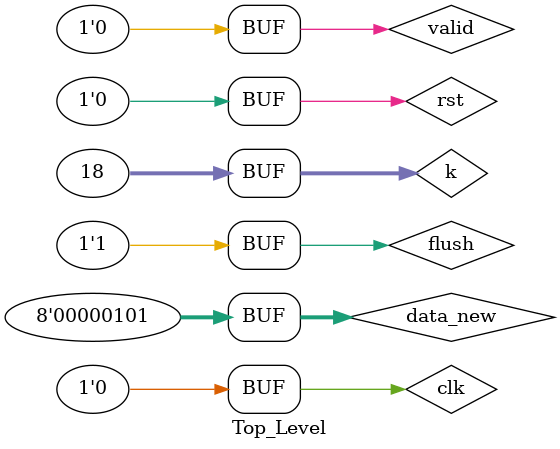
<source format=v>

`define N 16 // sorter size
`define Width 8

`define IDLE 0
`define DESCENDING 1
`define ASCENDING  2
`define FLUSH 3


module Topn_module(clk, nreset, invalidate, mode, data_new, data_new_delayed, shift_in, data_in, valid_in, was_valid_in, shift_out, data_out, valid_out, was_valid_out);

	input clk, nreset, invalidate;
	input [1:0] mode;
	input[`Width-1:0] data_new;
	input[`Width-1:0] data_new_delayed;
	
	input shift_in;	
	input[`Width-1:0] data_in;
	input valid_in;
	input was_valid_in;
	
	output reg shift_out;
	output reg[`Width-1:0] data_out;
	output reg valid_out;
	output reg was_valid_out;

	reg bubble;
	reg pending_flush;
		
	reg [`Width-1:0] current_local;
	reg valid_local;	
	
	always @(posedge clk) begin
	
		if (!nreset) begin
				valid_out<=0;
				was_valid_out<=0;
		
				shift_out<=0;
				valid_local<=0;
				bubble=0;
				pending_flush=0;
				
		end else begin		

			if (invalidate)	begin
				was_valid_out<=valid_out;
			end
			
			current_local=data_out;
			valid_out <= valid_out & !invalidate/*d*/;// & (bubble==0);		
			
			if ((shift_out==1) /*&& (bubble==0)*/) begin 
				
				if ((shift_in==1)) begin
					if ((valid_in==1)/*|invalidated*//*& !invalidated*//*|| (mode==`FLUSH)*/) begin	
						current_local = data_in;
						valid_local = valid_in;//1
						//invalidated=0;
						data_out <= data_in;
						was_valid_out <= invalidate;//was_valid_in;//0
						valid_out <= !invalidate;
						//if(data_in==32'h250)
						//$display("%h %h %h",current_local, data_in, invalidated);
						/*if ((valid_in==0)&&(valid_out==1)) begin 
							bubble<=1;
						end*/
					end	else begin
						valid_local = 0;						
						data_out <= data_in;
						valid_out <= valid_in;
						was_valid_out <= was_valid_in;						
					end				
				end	else begin			 
					current_local = data_new_delayed;
					valid_local = !invalidate/*d*/;//1
					//invalidated=0;
					was_valid_out <=invalidate;//;0;
					data_out <= data_new_delayed;
					//if(data_new_delayed==32'h250)
					//	$display("%h %h",current_local, data_new_delayed, invalidated);
					valid_out <= /*1 &*/ /*(mode!=`FLUSH) &??? just removed*/ !invalidate/*d*/;// nreset;
				end										
			end	else begin
				if (pending_flush|(valid_out==0)) begin
					data_out <= data_in;
					
					valid_out <= valid_in;
					was_valid_out <= was_valid_in;
					if ((valid_in==0) && (valid_out==1) && (was_valid_out==0)) begin 
						bubble=1;					
						//$display("%h", data_out);
						//shift_out<=0;
					end	
					current_local=data_in;
					valid_local=valid_in;
						
					if ((valid_in==1) && (valid_out==0) /*&& (was_valid_out==1)*/ && (!pending_flush)) begin
						valid_out <=0;
						valid_local=0;
						if (data_in==32'h11 && data_out==32'h979)
						$display("%h %h %h",valid_in, valid_out, was_valid_out);
					end		
				end else begin 
					valid_local=valid_out;
				end
				
				//valid_local=valid_out;	
				//$display("WHAAAAT?");
			end			
		

			if (((mode==`ASCENDING)|(mode==`DESCENDING)) && (bubble==0) /*&&(was_valid_out==0)&& !invalidate*/) begin				
				if (valid_local && !invalidate/*nreset !invalidated*/ ) begin																		
					shift_out <= /*invalidated|*/((mode==`ASCENDING) & (data_new<=current_local)) | ((mode==`DESCENDING) & (data_new>=current_local));
				end else begin					
					shift_out <=1;//!bubble;//1;
				end					
			end else begin
				shift_out <=0;

			end
			pending_flush<=(mode==`FLUSH);			
		end				
	end
		
endmodule //Topn_module

module sorter(clk, rst, flush, data_i, data_i_v, data_o, data_o_v);
	input clk, rst, flush;
	//input [1:0] mode;
	input [`Width-1:0] data_i;
	input data_i_v;
	output reg [`Width-1:0] data_o;
	output data_o_v;

	wire [`Width-1:0] data_out[`N-1:0];
	wire shift_out[`N-1:0];
	wire valid_out[`N-1:0];
	wire was_valid_out[`N-1:0];
		
	reg[`Width-1:0] data_new_delayed;
	
	assign data_o_v=(was_valid_out[`N-1]);//|valid_out[`N-1]);
	
	wire [1:0] mode = data_i_v?`DESCENDING:`IDLE;
		
	always @(mode, valid_out[`N-1],was_valid_out[`N-1], data_out[`N-1], shift_out[`N-1], data_i) begin
		if (was_valid_out[`N-1]|shift_out[`N-1]|(mode==`FLUSH))
			data_o=data_out[`N-1];
		else
			data_o=data_i;				
	end

	genvar i;
	
	//reg [1:0] mode=data_i_v?`DESCENDING:`IDLE;

	generate
		Topn_module module0(clk, !rst, flush, mode, data_i, data_new_delayed, 1'b0, 0, 1'b0, 1'b0, shift_out[0], data_out[0], valid_out[0], was_valid_out[0]);
    	for (i=1; i<`N; i=i+1) begin
        	Topn_module modules(clk, !rst, flush, mode, data_i, data_new_delayed, shift_out[i-1], data_out[i-1], valid_out[i-1], was_valid_out[i-1], shift_out[i], data_out[i], valid_out[i], was_valid_out[i]);
    	end
	endgenerate
	
	always @(posedge clk) begin
		if (data_i_v)
			data_new_delayed <= data_i;		
	end

endmodule


module Top_Level();
	reg clk, flush, valid, rst;
	//reg [1:0] mode;
	reg [`Width-1:0] data_new;
	
	wire [`Width-1:0] data_o;
	wire data_o_v;

	sorter s (clk, rst, flush, data_new, valid, data_o, data_o_v);
	
	always @(posedge clk) begin
		if (data_o_v) begin
			$display(data_o);
		end		
	end
	
	
integer k;
	initial begin

		flush=0;
		rst=1;
		valid=0;
		//mode=`IDLE;

		
		clk=1; #10 clk=0; #10 
		valid=1;
		rst=0;
		//reset=0;
		//mode=	`DESCENDING;//`ASCENDING; //
		
		k=1;//`N;		
		repeat(`N)
		begin
			data_new=(k*97)%13;//`N-k;//
			$display("inserting ",data_new);
		    clk=1; #10 clk=0; #10 

		    
		    k=k+1;
		end
		//k=1;//`N;
		
		//data_new=-1;
		valid=0;
		//mode=`IDLE;
		flush=1;
				
		
		k=k+1;
		repeat(`N*2)
		begin
			clk=1; #10 clk=0; #10 ;
		end
		
		$display("End of Testbench\n");

		
	end
endmodule //Top_Level

</source>
